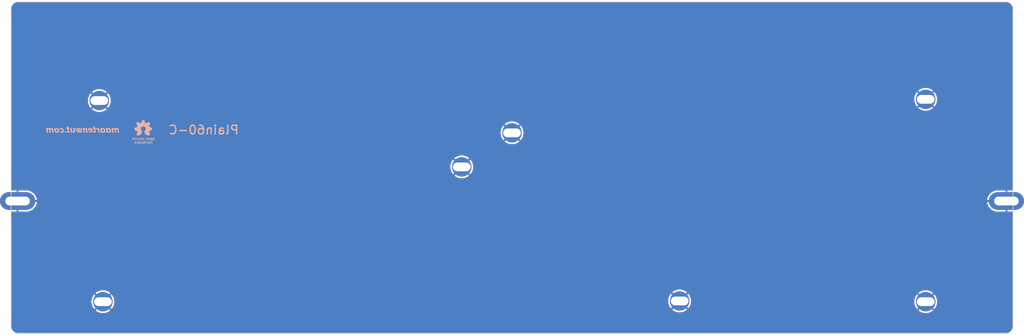
<source format=kicad_pcb>
(kicad_pcb (version 20221018) (generator pcbnew)
  (layers (0 "F.Cu" signal) (31 "B.Cu" signal) (34 "B.Paste" user) (35 "F.Paste" user) (36 "B.SilkS" user "B.Silkscreen") (37 "F.SilkS" user "F.Silkscreen") (38 "B.Mask" user) (39 "F.Mask" user) (44 "Edge.Cuts" user))
  (net 0 "")
  (net 1 "GND")
  (footprint "footprints:10x5_7x2.5mm" (layer "F.Cu") (at 2.381252 57.125)
    (fp_text reference "S4" hide)
    (fp_text value "Screw")
    (pad "1" thru_hole oval (at 0 0) (size 10 5) (drill oval 7 2.5) (layers "*.Cu" "*.Mask") (net 1 "GND"))
  )
  (footprint "footprints:10x5_7x2.5mm" (layer "F.Cu") (at 283.368988 57.125)
    (fp_text reference "S5" hide)
    (fp_text value "Screw")
    (pad "1" thru_hole oval (at 0 0) (size 10 5) (drill oval 7 2.5) (layers "*.Cu" "*.Mask") (net 1 "GND"))
  )
  (footprint "footprints:5.5_5x2.5mm" (layer "F.Cu") (at 26.625 85.725072)
    (fp_text reference "S8" hide)
    (fp_text value "Tofu screw")
    (pad "1" thru_hole circle (at 0 0) (size 5.5 5.5) (drill oval 5 2.5) (layers "*.Cu" "*.Mask") (net 1 "GND"))
  )
  (footprint "footprints:5.5_5x2.5mm" (layer "F.Cu") (at 142.875 37.75)
    (fp_text reference "S7" hide)
    (fp_text value "Tofu screw")
    (pad "1" thru_hole circle (at 0 0) (size 5.5 5.5) (drill oval 5 2.5) (layers "*.Cu" "*.Mask") (net 1 "GND"))
  )
  (footprint "footprints:5.5_5x2.5mm" (layer "F.Cu") (at 260.43 85.725072)
    (fp_text reference "S9" hide)
    (fp_text value "Tofu screw")
    (pad "1" thru_hole circle (at 0 0) (size 5.5 5.5) (drill oval 5 2.5) (layers "*.Cu" "*.Mask") (net 1 "GND"))
  )
  (footprint "footprints:5.5_5x2.5mm" (layer "F.Cu") (at 260.425 28.22705)
    (fp_text reference "S2" hide)
    (fp_text value "Screw")
    (pad "1" thru_hole circle (at 0 0) (size 5.5 5.5) (drill oval 5 2.5) (layers "*.Cu" "*.Mask") (net 1 "GND"))
  )
  (footprint "footprints:5.5_5x2.5mm" (layer "F.Cu") (at 25.003146 28.900048)
    (fp_text reference "S1" hide)
    (fp_text value "Screw")
    (pad "1" thru_hole circle (at 0.596854 -0.325024) (size 5.5 5.5) (drill oval 5 2.5) (layers "*.Cu" "*.Mask") (net 1 "GND"))
  )
  (footprint "footprints:5.5_5x2.5mm" (layer "F.Cu") (at 128.587608 47.42504)
    (fp_text reference "S3" hide)
    (fp_text value "Screw")
    (pad "1" thru_hole circle (at 0 0) (size 5.5 5.5) (drill oval 5 2.5) (layers "*.Cu" "*.Mask") (net 1 "GND"))
  )
  (footprint "footprints:5.5_5x2.5mm" (layer "F.Cu") (at 190.50016 85.525)
    (fp_text reference "S6" hide)
    (fp_text value "Screw")
    (pad "1" thru_hole circle (at 0 0) (size 5.5 5.5) (drill oval 5 2.5) (layers "*.Cu" "*.Mask") (net 1 "GND"))
  )
  (footprint "footprints:oshw" (layer "B.Cu") (at 38.100032 37.504719 180)
    (fp_text reference "G***" hide)
    (fp_text value "LOGO" hide)
  )
  (footprint "Keeb_components:logo" (layer "B.Cu") (at 20.835955 36.909406 180)
    (fp_text reference "G***" hide)
    (fp_text value "LOGO" hide)
  )
  (gr_line (start 283.225 0.525) (end 2.525 0.525) (stroke (width 0.2)) (layer "Edge.Cuts"))
  (gr_line (start 285.225 92.725064) (end 285.225 2.525) (stroke (width 0.2)) (layer "Edge.Cuts"))
  (gr_line (start 0.525 2.525) (end 0.525 92.725064) (stroke (width 0.2)) (layer "Edge.Cuts"))
  (gr_arc (start 0.525 2.525) (mid 1.110786 1.110786) (end 2.525 0.525) (stroke (width 0.2)) (layer "Edge.Cuts"))
  (gr_line (start 2.525 94.725064) (end 283.225 94.725064) (stroke (width 0.2)) (layer "Edge.Cuts"))
  (gr_arc (start 2.525 94.725064) (mid 1.110786 94.139278) (end 0.525 92.725064) (stroke (width 0.2)) (layer "Edge.Cuts"))
  (gr_arc (start 285.225 92.725064) (mid 284.639214 94.139278) (end 283.225 94.725064) (stroke (width 0.2)) (layer "Edge.Cuts"))
  (gr_arc (start 283.225 0.525) (mid 284.639214 1.110786) (end 285.225 2.525) (stroke (width 0.2)) (layer "Edge.Cuts"))
  (gr_text "Plain60-C" (at 65.48443 36.909406) (layer "B.SilkS") (effects (font (size 2.5 2.5) (thickness 0.4)) (justify left mirror)))
  (zone (net 1) (net_name "GND") (layer "F.Cu") (connect_pads (clearance 0.508)) (min_thickness 0.254) (fill yes (thermal_gap 0.508) (thermal_bridge_width 0.508))
    (polygon (pts (xy 0 0) (xy 285.75024 0) (xy 285.75024 95.25008) (xy 0 95.25008)))
  )
  (zone (net 1) (net_name "GND") (layer "B.Cu") (connect_pads (clearance 0.508)) (min_thickness 0.254) (fill yes (thermal_gap 0.508) (thermal_bridge_width 0.508))
    (polygon (pts (xy 0 0) (xy 285.75024 0) (xy 285.75024 95.25008) (xy 0 95.25008)))
  )
)
</source>
